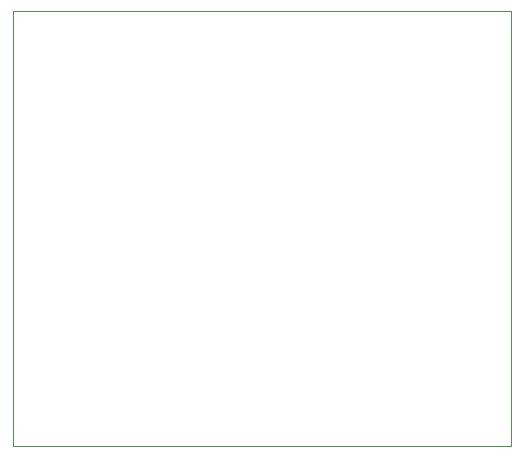
<source format=gbr>
%TF.GenerationSoftware,KiCad,Pcbnew,(5.1.6-0-10_14)*%
%TF.CreationDate,2020-07-08T18:10:58+02:00*%
%TF.ProjectId,driver-board,64726976-6572-42d6-926f-6172642e6b69,rev?*%
%TF.SameCoordinates,Original*%
%TF.FileFunction,Profile,NP*%
%FSLAX46Y46*%
G04 Gerber Fmt 4.6, Leading zero omitted, Abs format (unit mm)*
G04 Created by KiCad (PCBNEW (5.1.6-0-10_14)) date 2020-07-08 18:10:58*
%MOMM*%
%LPD*%
G01*
G04 APERTURE LIST*
%TA.AperFunction,Profile*%
%ADD10C,0.050000*%
%TD*%
G04 APERTURE END LIST*
D10*
X110200000Y-84800000D02*
X152400000Y-84800000D01*
X110200000Y-48000000D02*
X110200000Y-84800000D01*
X152400000Y-48000000D02*
X110200000Y-48000000D01*
X152400000Y-84800000D02*
X152400000Y-48000000D01*
M02*

</source>
